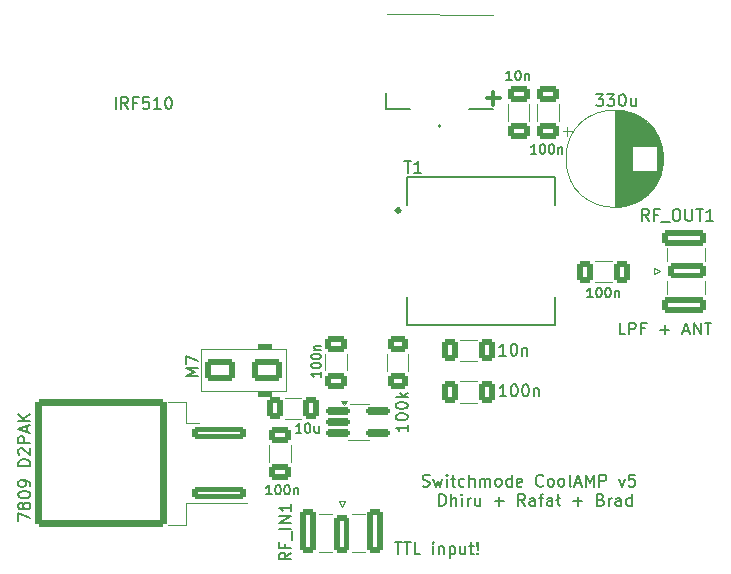
<source format=gbr>
%TF.GenerationSoftware,KiCad,Pcbnew,8.99.0-unknown-2b81d3a93c~180~ubuntu22.04.1*%
%TF.CreationDate,2024-08-01T07:46:56+05:30*%
%TF.ProjectId,HF-PA-v10,48462d50-412d-4763-9130-2e6b69636164,rev?*%
%TF.SameCoordinates,Original*%
%TF.FileFunction,Legend,Top*%
%TF.FilePolarity,Positive*%
%FSLAX46Y46*%
G04 Gerber Fmt 4.6, Leading zero omitted, Abs format (unit mm)*
G04 Created by KiCad (PCBNEW 8.99.0-unknown-2b81d3a93c~180~ubuntu22.04.1) date 2024-08-01 07:46:56*
%MOMM*%
%LPD*%
G01*
G04 APERTURE LIST*
G04 Aperture macros list*
%AMRoundRect*
0 Rectangle with rounded corners*
0 $1 Rounding radius*
0 $2 $3 $4 $5 $6 $7 $8 $9 X,Y pos of 4 corners*
0 Add a 4 corners polygon primitive as box body*
4,1,4,$2,$3,$4,$5,$6,$7,$8,$9,$2,$3,0*
0 Add four circle primitives for the rounded corners*
1,1,$1+$1,$2,$3*
1,1,$1+$1,$4,$5*
1,1,$1+$1,$6,$7*
1,1,$1+$1,$8,$9*
0 Add four rect primitives between the rounded corners*
20,1,$1+$1,$2,$3,$4,$5,0*
20,1,$1+$1,$4,$5,$6,$7,0*
20,1,$1+$1,$6,$7,$8,$9,0*
20,1,$1+$1,$8,$9,$2,$3,0*%
G04 Aperture macros list end*
%ADD10C,0.300000*%
%ADD11C,0.150000*%
%ADD12C,0.120000*%
%ADD13C,0.127000*%
%ADD14C,0.200000*%
%ADD15C,0.100000*%
%ADD16C,0.800000*%
%ADD17C,6.400000*%
%ADD18RoundRect,0.250000X1.350000X-0.385000X1.350000X0.385000X-1.350000X0.385000X-1.350000X-0.385000X0*%
%ADD19RoundRect,0.250000X1.600000X-0.425000X1.600000X0.425000X-1.600000X0.425000X-1.600000X-0.425000X0*%
%ADD20RoundRect,0.250000X-0.412500X-0.650000X0.412500X-0.650000X0.412500X0.650000X-0.412500X0.650000X0*%
%ADD21O,4.400000X2.200000*%
%ADD22O,4.000000X2.000000*%
%ADD23O,2.000000X4.000000*%
%ADD24RoundRect,0.250000X0.650000X-0.412500X0.650000X0.412500X-0.650000X0.412500X-0.650000X-0.412500X0*%
%ADD25RoundRect,0.250000X-0.385000X-1.350000X0.385000X-1.350000X0.385000X1.350000X-0.385000X1.350000X0*%
%ADD26RoundRect,0.250000X-0.425000X-1.600000X0.425000X-1.600000X0.425000X1.600000X-0.425000X1.600000X0*%
%ADD27O,3.600000X3.600000*%
%ADD28R,4.500000X2.500000*%
%ADD29O,4.500000X2.500000*%
%ADD30RoundRect,0.250000X0.412500X0.650000X-0.412500X0.650000X-0.412500X-0.650000X0.412500X-0.650000X0*%
%ADD31RoundRect,0.250000X1.000000X0.650000X-1.000000X0.650000X-1.000000X-0.650000X1.000000X-0.650000X0*%
%ADD32RoundRect,0.162500X-0.837500X-0.162500X0.837500X-0.162500X0.837500X0.162500X-0.837500X0.162500X0*%
%ADD33R,1.600000X1.600000*%
%ADD34C,1.600000*%
%ADD35R,5.500000X2.150000*%
%ADD36RoundRect,0.250000X-0.650000X0.412500X-0.650000X-0.412500X0.650000X-0.412500X0.650000X0.412500X0*%
%ADD37RoundRect,0.250000X2.050000X0.300000X-2.050000X0.300000X-2.050000X-0.300000X2.050000X-0.300000X0*%
%ADD38RoundRect,0.289364X5.290636X5.150636X-5.290636X5.150636X-5.290636X-5.150636X5.290636X-5.150636X0*%
%ADD39RoundRect,0.250000X-0.625000X0.400000X-0.625000X-0.400000X0.625000X-0.400000X0.625000X0.400000X0*%
G04 APERTURE END LIST*
D10*
X187854510Y-70079400D02*
X188997368Y-70079400D01*
X188425939Y-70650828D02*
X188425939Y-69507971D01*
D11*
X199592969Y-90049819D02*
X199116779Y-90049819D01*
X199116779Y-90049819D02*
X199116779Y-89049819D01*
X199926303Y-90049819D02*
X199926303Y-89049819D01*
X199926303Y-89049819D02*
X200307255Y-89049819D01*
X200307255Y-89049819D02*
X200402493Y-89097438D01*
X200402493Y-89097438D02*
X200450112Y-89145057D01*
X200450112Y-89145057D02*
X200497731Y-89240295D01*
X200497731Y-89240295D02*
X200497731Y-89383152D01*
X200497731Y-89383152D02*
X200450112Y-89478390D01*
X200450112Y-89478390D02*
X200402493Y-89526009D01*
X200402493Y-89526009D02*
X200307255Y-89573628D01*
X200307255Y-89573628D02*
X199926303Y-89573628D01*
X201259636Y-89526009D02*
X200926303Y-89526009D01*
X200926303Y-90049819D02*
X200926303Y-89049819D01*
X200926303Y-89049819D02*
X201402493Y-89049819D01*
X202545351Y-89668866D02*
X203307256Y-89668866D01*
X202926303Y-90049819D02*
X202926303Y-89287914D01*
X204497732Y-89764104D02*
X204973922Y-89764104D01*
X204402494Y-90049819D02*
X204735827Y-89049819D01*
X204735827Y-89049819D02*
X205069160Y-90049819D01*
X205402494Y-90049819D02*
X205402494Y-89049819D01*
X205402494Y-89049819D02*
X205973922Y-90049819D01*
X205973922Y-90049819D02*
X205973922Y-89049819D01*
X206307256Y-89049819D02*
X206878684Y-89049819D01*
X206592970Y-90049819D02*
X206592970Y-89049819D01*
X180083922Y-107669819D02*
X180655350Y-107669819D01*
X180369636Y-108669819D02*
X180369636Y-107669819D01*
X180845827Y-107669819D02*
X181417255Y-107669819D01*
X181131541Y-108669819D02*
X181131541Y-107669819D01*
X182226779Y-108669819D02*
X181750589Y-108669819D01*
X181750589Y-108669819D02*
X181750589Y-107669819D01*
X183322018Y-108669819D02*
X183322018Y-108003152D01*
X183322018Y-107669819D02*
X183274399Y-107717438D01*
X183274399Y-107717438D02*
X183322018Y-107765057D01*
X183322018Y-107765057D02*
X183369637Y-107717438D01*
X183369637Y-107717438D02*
X183322018Y-107669819D01*
X183322018Y-107669819D02*
X183322018Y-107765057D01*
X183798208Y-108003152D02*
X183798208Y-108669819D01*
X183798208Y-108098390D02*
X183845827Y-108050771D01*
X183845827Y-108050771D02*
X183941065Y-108003152D01*
X183941065Y-108003152D02*
X184083922Y-108003152D01*
X184083922Y-108003152D02*
X184179160Y-108050771D01*
X184179160Y-108050771D02*
X184226779Y-108146009D01*
X184226779Y-108146009D02*
X184226779Y-108669819D01*
X184702970Y-108003152D02*
X184702970Y-109003152D01*
X184702970Y-108050771D02*
X184798208Y-108003152D01*
X184798208Y-108003152D02*
X184988684Y-108003152D01*
X184988684Y-108003152D02*
X185083922Y-108050771D01*
X185083922Y-108050771D02*
X185131541Y-108098390D01*
X185131541Y-108098390D02*
X185179160Y-108193628D01*
X185179160Y-108193628D02*
X185179160Y-108479342D01*
X185179160Y-108479342D02*
X185131541Y-108574580D01*
X185131541Y-108574580D02*
X185083922Y-108622200D01*
X185083922Y-108622200D02*
X184988684Y-108669819D01*
X184988684Y-108669819D02*
X184798208Y-108669819D01*
X184798208Y-108669819D02*
X184702970Y-108622200D01*
X186036303Y-108003152D02*
X186036303Y-108669819D01*
X185607732Y-108003152D02*
X185607732Y-108526961D01*
X185607732Y-108526961D02*
X185655351Y-108622200D01*
X185655351Y-108622200D02*
X185750589Y-108669819D01*
X185750589Y-108669819D02*
X185893446Y-108669819D01*
X185893446Y-108669819D02*
X185988684Y-108622200D01*
X185988684Y-108622200D02*
X186036303Y-108574580D01*
X186369637Y-108003152D02*
X186750589Y-108003152D01*
X186512494Y-107669819D02*
X186512494Y-108526961D01*
X186512494Y-108526961D02*
X186560113Y-108622200D01*
X186560113Y-108622200D02*
X186655351Y-108669819D01*
X186655351Y-108669819D02*
X186750589Y-108669819D01*
X187083923Y-108574580D02*
X187131542Y-108622200D01*
X187131542Y-108622200D02*
X187083923Y-108669819D01*
X187083923Y-108669819D02*
X187036304Y-108622200D01*
X187036304Y-108622200D02*
X187083923Y-108574580D01*
X187083923Y-108574580D02*
X187083923Y-108669819D01*
X187083923Y-108288866D02*
X187036304Y-107717438D01*
X187036304Y-107717438D02*
X187083923Y-107669819D01*
X187083923Y-107669819D02*
X187131542Y-107717438D01*
X187131542Y-107717438D02*
X187083923Y-108288866D01*
X187083923Y-108288866D02*
X187083923Y-107669819D01*
X183846779Y-104569819D02*
X183846779Y-103569819D01*
X183846779Y-103569819D02*
X184084874Y-103569819D01*
X184084874Y-103569819D02*
X184227731Y-103617438D01*
X184227731Y-103617438D02*
X184322969Y-103712676D01*
X184322969Y-103712676D02*
X184370588Y-103807914D01*
X184370588Y-103807914D02*
X184418207Y-103998390D01*
X184418207Y-103998390D02*
X184418207Y-104141247D01*
X184418207Y-104141247D02*
X184370588Y-104331723D01*
X184370588Y-104331723D02*
X184322969Y-104426961D01*
X184322969Y-104426961D02*
X184227731Y-104522200D01*
X184227731Y-104522200D02*
X184084874Y-104569819D01*
X184084874Y-104569819D02*
X183846779Y-104569819D01*
X184846779Y-104569819D02*
X184846779Y-103569819D01*
X185275350Y-104569819D02*
X185275350Y-104046009D01*
X185275350Y-104046009D02*
X185227731Y-103950771D01*
X185227731Y-103950771D02*
X185132493Y-103903152D01*
X185132493Y-103903152D02*
X184989636Y-103903152D01*
X184989636Y-103903152D02*
X184894398Y-103950771D01*
X184894398Y-103950771D02*
X184846779Y-103998390D01*
X185751541Y-104569819D02*
X185751541Y-103903152D01*
X185751541Y-103569819D02*
X185703922Y-103617438D01*
X185703922Y-103617438D02*
X185751541Y-103665057D01*
X185751541Y-103665057D02*
X185799160Y-103617438D01*
X185799160Y-103617438D02*
X185751541Y-103569819D01*
X185751541Y-103569819D02*
X185751541Y-103665057D01*
X186227731Y-104569819D02*
X186227731Y-103903152D01*
X186227731Y-104093628D02*
X186275350Y-103998390D01*
X186275350Y-103998390D02*
X186322969Y-103950771D01*
X186322969Y-103950771D02*
X186418207Y-103903152D01*
X186418207Y-103903152D02*
X186513445Y-103903152D01*
X187275350Y-103903152D02*
X187275350Y-104569819D01*
X186846779Y-103903152D02*
X186846779Y-104426961D01*
X186846779Y-104426961D02*
X186894398Y-104522200D01*
X186894398Y-104522200D02*
X186989636Y-104569819D01*
X186989636Y-104569819D02*
X187132493Y-104569819D01*
X187132493Y-104569819D02*
X187227731Y-104522200D01*
X187227731Y-104522200D02*
X187275350Y-104474580D01*
X188513446Y-104188866D02*
X189275351Y-104188866D01*
X188894398Y-104569819D02*
X188894398Y-103807914D01*
X191084874Y-104569819D02*
X190751541Y-104093628D01*
X190513446Y-104569819D02*
X190513446Y-103569819D01*
X190513446Y-103569819D02*
X190894398Y-103569819D01*
X190894398Y-103569819D02*
X190989636Y-103617438D01*
X190989636Y-103617438D02*
X191037255Y-103665057D01*
X191037255Y-103665057D02*
X191084874Y-103760295D01*
X191084874Y-103760295D02*
X191084874Y-103903152D01*
X191084874Y-103903152D02*
X191037255Y-103998390D01*
X191037255Y-103998390D02*
X190989636Y-104046009D01*
X190989636Y-104046009D02*
X190894398Y-104093628D01*
X190894398Y-104093628D02*
X190513446Y-104093628D01*
X191942017Y-104569819D02*
X191942017Y-104046009D01*
X191942017Y-104046009D02*
X191894398Y-103950771D01*
X191894398Y-103950771D02*
X191799160Y-103903152D01*
X191799160Y-103903152D02*
X191608684Y-103903152D01*
X191608684Y-103903152D02*
X191513446Y-103950771D01*
X191942017Y-104522200D02*
X191846779Y-104569819D01*
X191846779Y-104569819D02*
X191608684Y-104569819D01*
X191608684Y-104569819D02*
X191513446Y-104522200D01*
X191513446Y-104522200D02*
X191465827Y-104426961D01*
X191465827Y-104426961D02*
X191465827Y-104331723D01*
X191465827Y-104331723D02*
X191513446Y-104236485D01*
X191513446Y-104236485D02*
X191608684Y-104188866D01*
X191608684Y-104188866D02*
X191846779Y-104188866D01*
X191846779Y-104188866D02*
X191942017Y-104141247D01*
X192275351Y-103903152D02*
X192656303Y-103903152D01*
X192418208Y-104569819D02*
X192418208Y-103712676D01*
X192418208Y-103712676D02*
X192465827Y-103617438D01*
X192465827Y-103617438D02*
X192561065Y-103569819D01*
X192561065Y-103569819D02*
X192656303Y-103569819D01*
X193418208Y-104569819D02*
X193418208Y-104046009D01*
X193418208Y-104046009D02*
X193370589Y-103950771D01*
X193370589Y-103950771D02*
X193275351Y-103903152D01*
X193275351Y-103903152D02*
X193084875Y-103903152D01*
X193084875Y-103903152D02*
X192989637Y-103950771D01*
X193418208Y-104522200D02*
X193322970Y-104569819D01*
X193322970Y-104569819D02*
X193084875Y-104569819D01*
X193084875Y-104569819D02*
X192989637Y-104522200D01*
X192989637Y-104522200D02*
X192942018Y-104426961D01*
X192942018Y-104426961D02*
X192942018Y-104331723D01*
X192942018Y-104331723D02*
X192989637Y-104236485D01*
X192989637Y-104236485D02*
X193084875Y-104188866D01*
X193084875Y-104188866D02*
X193322970Y-104188866D01*
X193322970Y-104188866D02*
X193418208Y-104141247D01*
X194037256Y-104569819D02*
X193942018Y-104522200D01*
X193942018Y-104522200D02*
X193894399Y-104426961D01*
X193894399Y-104426961D02*
X193894399Y-103569819D01*
X193751542Y-104093628D02*
X194037256Y-103903152D01*
X195180114Y-104188866D02*
X195942019Y-104188866D01*
X195561066Y-104569819D02*
X195561066Y-103807914D01*
X197513447Y-104046009D02*
X197656304Y-104093628D01*
X197656304Y-104093628D02*
X197703923Y-104141247D01*
X197703923Y-104141247D02*
X197751542Y-104236485D01*
X197751542Y-104236485D02*
X197751542Y-104379342D01*
X197751542Y-104379342D02*
X197703923Y-104474580D01*
X197703923Y-104474580D02*
X197656304Y-104522200D01*
X197656304Y-104522200D02*
X197561066Y-104569819D01*
X197561066Y-104569819D02*
X197180114Y-104569819D01*
X197180114Y-104569819D02*
X197180114Y-103569819D01*
X197180114Y-103569819D02*
X197513447Y-103569819D01*
X197513447Y-103569819D02*
X197608685Y-103617438D01*
X197608685Y-103617438D02*
X197656304Y-103665057D01*
X197656304Y-103665057D02*
X197703923Y-103760295D01*
X197703923Y-103760295D02*
X197703923Y-103855533D01*
X197703923Y-103855533D02*
X197656304Y-103950771D01*
X197656304Y-103950771D02*
X197608685Y-103998390D01*
X197608685Y-103998390D02*
X197513447Y-104046009D01*
X197513447Y-104046009D02*
X197180114Y-104046009D01*
X198180114Y-104569819D02*
X198180114Y-103903152D01*
X198180114Y-104093628D02*
X198227733Y-103998390D01*
X198227733Y-103998390D02*
X198275352Y-103950771D01*
X198275352Y-103950771D02*
X198370590Y-103903152D01*
X198370590Y-103903152D02*
X198465828Y-103903152D01*
X199227733Y-104569819D02*
X199227733Y-104046009D01*
X199227733Y-104046009D02*
X199180114Y-103950771D01*
X199180114Y-103950771D02*
X199084876Y-103903152D01*
X199084876Y-103903152D02*
X198894400Y-103903152D01*
X198894400Y-103903152D02*
X198799162Y-103950771D01*
X199227733Y-104522200D02*
X199132495Y-104569819D01*
X199132495Y-104569819D02*
X198894400Y-104569819D01*
X198894400Y-104569819D02*
X198799162Y-104522200D01*
X198799162Y-104522200D02*
X198751543Y-104426961D01*
X198751543Y-104426961D02*
X198751543Y-104331723D01*
X198751543Y-104331723D02*
X198799162Y-104236485D01*
X198799162Y-104236485D02*
X198894400Y-104188866D01*
X198894400Y-104188866D02*
X199132495Y-104188866D01*
X199132495Y-104188866D02*
X199227733Y-104141247D01*
X200132495Y-104569819D02*
X200132495Y-103569819D01*
X200132495Y-104522200D02*
X200037257Y-104569819D01*
X200037257Y-104569819D02*
X199846781Y-104569819D01*
X199846781Y-104569819D02*
X199751543Y-104522200D01*
X199751543Y-104522200D02*
X199703924Y-104474580D01*
X199703924Y-104474580D02*
X199656305Y-104379342D01*
X199656305Y-104379342D02*
X199656305Y-104093628D01*
X199656305Y-104093628D02*
X199703924Y-103998390D01*
X199703924Y-103998390D02*
X199751543Y-103950771D01*
X199751543Y-103950771D02*
X199846781Y-103903152D01*
X199846781Y-103903152D02*
X200037257Y-103903152D01*
X200037257Y-103903152D02*
X200132495Y-103950771D01*
X156436779Y-70959819D02*
X156436779Y-69959819D01*
X157484397Y-70959819D02*
X157151064Y-70483628D01*
X156912969Y-70959819D02*
X156912969Y-69959819D01*
X156912969Y-69959819D02*
X157293921Y-69959819D01*
X157293921Y-69959819D02*
X157389159Y-70007438D01*
X157389159Y-70007438D02*
X157436778Y-70055057D01*
X157436778Y-70055057D02*
X157484397Y-70150295D01*
X157484397Y-70150295D02*
X157484397Y-70293152D01*
X157484397Y-70293152D02*
X157436778Y-70388390D01*
X157436778Y-70388390D02*
X157389159Y-70436009D01*
X157389159Y-70436009D02*
X157293921Y-70483628D01*
X157293921Y-70483628D02*
X156912969Y-70483628D01*
X158246302Y-70436009D02*
X157912969Y-70436009D01*
X157912969Y-70959819D02*
X157912969Y-69959819D01*
X157912969Y-69959819D02*
X158389159Y-69959819D01*
X159246302Y-69959819D02*
X158770112Y-69959819D01*
X158770112Y-69959819D02*
X158722493Y-70436009D01*
X158722493Y-70436009D02*
X158770112Y-70388390D01*
X158770112Y-70388390D02*
X158865350Y-70340771D01*
X158865350Y-70340771D02*
X159103445Y-70340771D01*
X159103445Y-70340771D02*
X159198683Y-70388390D01*
X159198683Y-70388390D02*
X159246302Y-70436009D01*
X159246302Y-70436009D02*
X159293921Y-70531247D01*
X159293921Y-70531247D02*
X159293921Y-70769342D01*
X159293921Y-70769342D02*
X159246302Y-70864580D01*
X159246302Y-70864580D02*
X159198683Y-70912200D01*
X159198683Y-70912200D02*
X159103445Y-70959819D01*
X159103445Y-70959819D02*
X158865350Y-70959819D01*
X158865350Y-70959819D02*
X158770112Y-70912200D01*
X158770112Y-70912200D02*
X158722493Y-70864580D01*
X160246302Y-70959819D02*
X159674874Y-70959819D01*
X159960588Y-70959819D02*
X159960588Y-69959819D01*
X159960588Y-69959819D02*
X159865350Y-70102676D01*
X159865350Y-70102676D02*
X159770112Y-70197914D01*
X159770112Y-70197914D02*
X159674874Y-70245533D01*
X160865350Y-69959819D02*
X160960588Y-69959819D01*
X160960588Y-69959819D02*
X161055826Y-70007438D01*
X161055826Y-70007438D02*
X161103445Y-70055057D01*
X161103445Y-70055057D02*
X161151064Y-70150295D01*
X161151064Y-70150295D02*
X161198683Y-70340771D01*
X161198683Y-70340771D02*
X161198683Y-70578866D01*
X161198683Y-70578866D02*
X161151064Y-70769342D01*
X161151064Y-70769342D02*
X161103445Y-70864580D01*
X161103445Y-70864580D02*
X161055826Y-70912200D01*
X161055826Y-70912200D02*
X160960588Y-70959819D01*
X160960588Y-70959819D02*
X160865350Y-70959819D01*
X160865350Y-70959819D02*
X160770112Y-70912200D01*
X160770112Y-70912200D02*
X160722493Y-70864580D01*
X160722493Y-70864580D02*
X160674874Y-70769342D01*
X160674874Y-70769342D02*
X160627255Y-70578866D01*
X160627255Y-70578866D02*
X160627255Y-70340771D01*
X160627255Y-70340771D02*
X160674874Y-70150295D01*
X160674874Y-70150295D02*
X160722493Y-70055057D01*
X160722493Y-70055057D02*
X160770112Y-70007438D01*
X160770112Y-70007438D02*
X160865350Y-69959819D01*
X182439160Y-102892256D02*
X182582017Y-102939875D01*
X182582017Y-102939875D02*
X182820112Y-102939875D01*
X182820112Y-102939875D02*
X182915350Y-102892256D01*
X182915350Y-102892256D02*
X182962969Y-102844636D01*
X182962969Y-102844636D02*
X183010588Y-102749398D01*
X183010588Y-102749398D02*
X183010588Y-102654160D01*
X183010588Y-102654160D02*
X182962969Y-102558922D01*
X182962969Y-102558922D02*
X182915350Y-102511303D01*
X182915350Y-102511303D02*
X182820112Y-102463684D01*
X182820112Y-102463684D02*
X182629636Y-102416065D01*
X182629636Y-102416065D02*
X182534398Y-102368446D01*
X182534398Y-102368446D02*
X182486779Y-102320827D01*
X182486779Y-102320827D02*
X182439160Y-102225589D01*
X182439160Y-102225589D02*
X182439160Y-102130351D01*
X182439160Y-102130351D02*
X182486779Y-102035113D01*
X182486779Y-102035113D02*
X182534398Y-101987494D01*
X182534398Y-101987494D02*
X182629636Y-101939875D01*
X182629636Y-101939875D02*
X182867731Y-101939875D01*
X182867731Y-101939875D02*
X183010588Y-101987494D01*
X183343922Y-102273208D02*
X183534398Y-102939875D01*
X183534398Y-102939875D02*
X183724874Y-102463684D01*
X183724874Y-102463684D02*
X183915350Y-102939875D01*
X183915350Y-102939875D02*
X184105826Y-102273208D01*
X184486779Y-102939875D02*
X184486779Y-102273208D01*
X184486779Y-101939875D02*
X184439160Y-101987494D01*
X184439160Y-101987494D02*
X184486779Y-102035113D01*
X184486779Y-102035113D02*
X184534398Y-101987494D01*
X184534398Y-101987494D02*
X184486779Y-101939875D01*
X184486779Y-101939875D02*
X184486779Y-102035113D01*
X184820112Y-102273208D02*
X185201064Y-102273208D01*
X184962969Y-101939875D02*
X184962969Y-102797017D01*
X184962969Y-102797017D02*
X185010588Y-102892256D01*
X185010588Y-102892256D02*
X185105826Y-102939875D01*
X185105826Y-102939875D02*
X185201064Y-102939875D01*
X185962969Y-102892256D02*
X185867731Y-102939875D01*
X185867731Y-102939875D02*
X185677255Y-102939875D01*
X185677255Y-102939875D02*
X185582017Y-102892256D01*
X185582017Y-102892256D02*
X185534398Y-102844636D01*
X185534398Y-102844636D02*
X185486779Y-102749398D01*
X185486779Y-102749398D02*
X185486779Y-102463684D01*
X185486779Y-102463684D02*
X185534398Y-102368446D01*
X185534398Y-102368446D02*
X185582017Y-102320827D01*
X185582017Y-102320827D02*
X185677255Y-102273208D01*
X185677255Y-102273208D02*
X185867731Y-102273208D01*
X185867731Y-102273208D02*
X185962969Y-102320827D01*
X186391541Y-102939875D02*
X186391541Y-101939875D01*
X186820112Y-102939875D02*
X186820112Y-102416065D01*
X186820112Y-102416065D02*
X186772493Y-102320827D01*
X186772493Y-102320827D02*
X186677255Y-102273208D01*
X186677255Y-102273208D02*
X186534398Y-102273208D01*
X186534398Y-102273208D02*
X186439160Y-102320827D01*
X186439160Y-102320827D02*
X186391541Y-102368446D01*
X187296303Y-102939875D02*
X187296303Y-102273208D01*
X187296303Y-102368446D02*
X187343922Y-102320827D01*
X187343922Y-102320827D02*
X187439160Y-102273208D01*
X187439160Y-102273208D02*
X187582017Y-102273208D01*
X187582017Y-102273208D02*
X187677255Y-102320827D01*
X187677255Y-102320827D02*
X187724874Y-102416065D01*
X187724874Y-102416065D02*
X187724874Y-102939875D01*
X187724874Y-102416065D02*
X187772493Y-102320827D01*
X187772493Y-102320827D02*
X187867731Y-102273208D01*
X187867731Y-102273208D02*
X188010588Y-102273208D01*
X188010588Y-102273208D02*
X188105827Y-102320827D01*
X188105827Y-102320827D02*
X188153446Y-102416065D01*
X188153446Y-102416065D02*
X188153446Y-102939875D01*
X188772493Y-102939875D02*
X188677255Y-102892256D01*
X188677255Y-102892256D02*
X188629636Y-102844636D01*
X188629636Y-102844636D02*
X188582017Y-102749398D01*
X188582017Y-102749398D02*
X188582017Y-102463684D01*
X188582017Y-102463684D02*
X188629636Y-102368446D01*
X188629636Y-102368446D02*
X188677255Y-102320827D01*
X188677255Y-102320827D02*
X188772493Y-102273208D01*
X188772493Y-102273208D02*
X188915350Y-102273208D01*
X188915350Y-102273208D02*
X189010588Y-102320827D01*
X189010588Y-102320827D02*
X189058207Y-102368446D01*
X189058207Y-102368446D02*
X189105826Y-102463684D01*
X189105826Y-102463684D02*
X189105826Y-102749398D01*
X189105826Y-102749398D02*
X189058207Y-102844636D01*
X189058207Y-102844636D02*
X189010588Y-102892256D01*
X189010588Y-102892256D02*
X188915350Y-102939875D01*
X188915350Y-102939875D02*
X188772493Y-102939875D01*
X189962969Y-102939875D02*
X189962969Y-101939875D01*
X189962969Y-102892256D02*
X189867731Y-102939875D01*
X189867731Y-102939875D02*
X189677255Y-102939875D01*
X189677255Y-102939875D02*
X189582017Y-102892256D01*
X189582017Y-102892256D02*
X189534398Y-102844636D01*
X189534398Y-102844636D02*
X189486779Y-102749398D01*
X189486779Y-102749398D02*
X189486779Y-102463684D01*
X189486779Y-102463684D02*
X189534398Y-102368446D01*
X189534398Y-102368446D02*
X189582017Y-102320827D01*
X189582017Y-102320827D02*
X189677255Y-102273208D01*
X189677255Y-102273208D02*
X189867731Y-102273208D01*
X189867731Y-102273208D02*
X189962969Y-102320827D01*
X190820112Y-102892256D02*
X190724874Y-102939875D01*
X190724874Y-102939875D02*
X190534398Y-102939875D01*
X190534398Y-102939875D02*
X190439160Y-102892256D01*
X190439160Y-102892256D02*
X190391541Y-102797017D01*
X190391541Y-102797017D02*
X190391541Y-102416065D01*
X190391541Y-102416065D02*
X190439160Y-102320827D01*
X190439160Y-102320827D02*
X190534398Y-102273208D01*
X190534398Y-102273208D02*
X190724874Y-102273208D01*
X190724874Y-102273208D02*
X190820112Y-102320827D01*
X190820112Y-102320827D02*
X190867731Y-102416065D01*
X190867731Y-102416065D02*
X190867731Y-102511303D01*
X190867731Y-102511303D02*
X190391541Y-102606541D01*
X192629636Y-102844636D02*
X192582017Y-102892256D01*
X192582017Y-102892256D02*
X192439160Y-102939875D01*
X192439160Y-102939875D02*
X192343922Y-102939875D01*
X192343922Y-102939875D02*
X192201065Y-102892256D01*
X192201065Y-102892256D02*
X192105827Y-102797017D01*
X192105827Y-102797017D02*
X192058208Y-102701779D01*
X192058208Y-102701779D02*
X192010589Y-102511303D01*
X192010589Y-102511303D02*
X192010589Y-102368446D01*
X192010589Y-102368446D02*
X192058208Y-102177970D01*
X192058208Y-102177970D02*
X192105827Y-102082732D01*
X192105827Y-102082732D02*
X192201065Y-101987494D01*
X192201065Y-101987494D02*
X192343922Y-101939875D01*
X192343922Y-101939875D02*
X192439160Y-101939875D01*
X192439160Y-101939875D02*
X192582017Y-101987494D01*
X192582017Y-101987494D02*
X192629636Y-102035113D01*
X193201065Y-102939875D02*
X193105827Y-102892256D01*
X193105827Y-102892256D02*
X193058208Y-102844636D01*
X193058208Y-102844636D02*
X193010589Y-102749398D01*
X193010589Y-102749398D02*
X193010589Y-102463684D01*
X193010589Y-102463684D02*
X193058208Y-102368446D01*
X193058208Y-102368446D02*
X193105827Y-102320827D01*
X193105827Y-102320827D02*
X193201065Y-102273208D01*
X193201065Y-102273208D02*
X193343922Y-102273208D01*
X193343922Y-102273208D02*
X193439160Y-102320827D01*
X193439160Y-102320827D02*
X193486779Y-102368446D01*
X193486779Y-102368446D02*
X193534398Y-102463684D01*
X193534398Y-102463684D02*
X193534398Y-102749398D01*
X193534398Y-102749398D02*
X193486779Y-102844636D01*
X193486779Y-102844636D02*
X193439160Y-102892256D01*
X193439160Y-102892256D02*
X193343922Y-102939875D01*
X193343922Y-102939875D02*
X193201065Y-102939875D01*
X194105827Y-102939875D02*
X194010589Y-102892256D01*
X194010589Y-102892256D02*
X193962970Y-102844636D01*
X193962970Y-102844636D02*
X193915351Y-102749398D01*
X193915351Y-102749398D02*
X193915351Y-102463684D01*
X193915351Y-102463684D02*
X193962970Y-102368446D01*
X193962970Y-102368446D02*
X194010589Y-102320827D01*
X194010589Y-102320827D02*
X194105827Y-102273208D01*
X194105827Y-102273208D02*
X194248684Y-102273208D01*
X194248684Y-102273208D02*
X194343922Y-102320827D01*
X194343922Y-102320827D02*
X194391541Y-102368446D01*
X194391541Y-102368446D02*
X194439160Y-102463684D01*
X194439160Y-102463684D02*
X194439160Y-102749398D01*
X194439160Y-102749398D02*
X194391541Y-102844636D01*
X194391541Y-102844636D02*
X194343922Y-102892256D01*
X194343922Y-102892256D02*
X194248684Y-102939875D01*
X194248684Y-102939875D02*
X194105827Y-102939875D01*
X195010589Y-102939875D02*
X194915351Y-102892256D01*
X194915351Y-102892256D02*
X194867732Y-102797017D01*
X194867732Y-102797017D02*
X194867732Y-101939875D01*
X195343923Y-102654160D02*
X195820113Y-102654160D01*
X195248685Y-102939875D02*
X195582018Y-101939875D01*
X195582018Y-101939875D02*
X195915351Y-102939875D01*
X196248685Y-102939875D02*
X196248685Y-101939875D01*
X196248685Y-101939875D02*
X196582018Y-102654160D01*
X196582018Y-102654160D02*
X196915351Y-101939875D01*
X196915351Y-101939875D02*
X196915351Y-102939875D01*
X197391542Y-102939875D02*
X197391542Y-101939875D01*
X197391542Y-101939875D02*
X197772494Y-101939875D01*
X197772494Y-101939875D02*
X197867732Y-101987494D01*
X197867732Y-101987494D02*
X197915351Y-102035113D01*
X197915351Y-102035113D02*
X197962970Y-102130351D01*
X197962970Y-102130351D02*
X197962970Y-102273208D01*
X197962970Y-102273208D02*
X197915351Y-102368446D01*
X197915351Y-102368446D02*
X197867732Y-102416065D01*
X197867732Y-102416065D02*
X197772494Y-102463684D01*
X197772494Y-102463684D02*
X197391542Y-102463684D01*
X199058209Y-102273208D02*
X199296304Y-102939875D01*
X199296304Y-102939875D02*
X199534399Y-102273208D01*
X200391542Y-101939875D02*
X199915352Y-101939875D01*
X199915352Y-101939875D02*
X199867733Y-102416065D01*
X199867733Y-102416065D02*
X199915352Y-102368446D01*
X199915352Y-102368446D02*
X200010590Y-102320827D01*
X200010590Y-102320827D02*
X200248685Y-102320827D01*
X200248685Y-102320827D02*
X200343923Y-102368446D01*
X200343923Y-102368446D02*
X200391542Y-102416065D01*
X200391542Y-102416065D02*
X200439161Y-102511303D01*
X200439161Y-102511303D02*
X200439161Y-102749398D01*
X200439161Y-102749398D02*
X200391542Y-102844636D01*
X200391542Y-102844636D02*
X200343923Y-102892256D01*
X200343923Y-102892256D02*
X200248685Y-102939875D01*
X200248685Y-102939875D02*
X200010590Y-102939875D01*
X200010590Y-102939875D02*
X199915352Y-102892256D01*
X199915352Y-102892256D02*
X199867733Y-102844636D01*
X201585237Y-80434819D02*
X201251904Y-79958628D01*
X201013809Y-80434819D02*
X201013809Y-79434819D01*
X201013809Y-79434819D02*
X201394761Y-79434819D01*
X201394761Y-79434819D02*
X201489999Y-79482438D01*
X201489999Y-79482438D02*
X201537618Y-79530057D01*
X201537618Y-79530057D02*
X201585237Y-79625295D01*
X201585237Y-79625295D02*
X201585237Y-79768152D01*
X201585237Y-79768152D02*
X201537618Y-79863390D01*
X201537618Y-79863390D02*
X201489999Y-79911009D01*
X201489999Y-79911009D02*
X201394761Y-79958628D01*
X201394761Y-79958628D02*
X201013809Y-79958628D01*
X202347142Y-79911009D02*
X202013809Y-79911009D01*
X202013809Y-80434819D02*
X202013809Y-79434819D01*
X202013809Y-79434819D02*
X202489999Y-79434819D01*
X202632857Y-80530057D02*
X203394761Y-80530057D01*
X203823333Y-79434819D02*
X204013809Y-79434819D01*
X204013809Y-79434819D02*
X204109047Y-79482438D01*
X204109047Y-79482438D02*
X204204285Y-79577676D01*
X204204285Y-79577676D02*
X204251904Y-79768152D01*
X204251904Y-79768152D02*
X204251904Y-80101485D01*
X204251904Y-80101485D02*
X204204285Y-80291961D01*
X204204285Y-80291961D02*
X204109047Y-80387200D01*
X204109047Y-80387200D02*
X204013809Y-80434819D01*
X204013809Y-80434819D02*
X203823333Y-80434819D01*
X203823333Y-80434819D02*
X203728095Y-80387200D01*
X203728095Y-80387200D02*
X203632857Y-80291961D01*
X203632857Y-80291961D02*
X203585238Y-80101485D01*
X203585238Y-80101485D02*
X203585238Y-79768152D01*
X203585238Y-79768152D02*
X203632857Y-79577676D01*
X203632857Y-79577676D02*
X203728095Y-79482438D01*
X203728095Y-79482438D02*
X203823333Y-79434819D01*
X204680476Y-79434819D02*
X204680476Y-80244342D01*
X204680476Y-80244342D02*
X204728095Y-80339580D01*
X204728095Y-80339580D02*
X204775714Y-80387200D01*
X204775714Y-80387200D02*
X204870952Y-80434819D01*
X204870952Y-80434819D02*
X205061428Y-80434819D01*
X205061428Y-80434819D02*
X205156666Y-80387200D01*
X205156666Y-80387200D02*
X205204285Y-80339580D01*
X205204285Y-80339580D02*
X205251904Y-80244342D01*
X205251904Y-80244342D02*
X205251904Y-79434819D01*
X205585238Y-79434819D02*
X206156666Y-79434819D01*
X205870952Y-80434819D02*
X205870952Y-79434819D01*
X207013809Y-80434819D02*
X206442381Y-80434819D01*
X206728095Y-80434819D02*
X206728095Y-79434819D01*
X206728095Y-79434819D02*
X206632857Y-79577676D01*
X206632857Y-79577676D02*
X206537619Y-79672914D01*
X206537619Y-79672914D02*
X206442381Y-79720533D01*
X189510952Y-95294819D02*
X188939524Y-95294819D01*
X189225238Y-95294819D02*
X189225238Y-94294819D01*
X189225238Y-94294819D02*
X189130000Y-94437676D01*
X189130000Y-94437676D02*
X189034762Y-94532914D01*
X189034762Y-94532914D02*
X188939524Y-94580533D01*
X190130000Y-94294819D02*
X190225238Y-94294819D01*
X190225238Y-94294819D02*
X190320476Y-94342438D01*
X190320476Y-94342438D02*
X190368095Y-94390057D01*
X190368095Y-94390057D02*
X190415714Y-94485295D01*
X190415714Y-94485295D02*
X190463333Y-94675771D01*
X190463333Y-94675771D02*
X190463333Y-94913866D01*
X190463333Y-94913866D02*
X190415714Y-95104342D01*
X190415714Y-95104342D02*
X190368095Y-95199580D01*
X190368095Y-95199580D02*
X190320476Y-95247200D01*
X190320476Y-95247200D02*
X190225238Y-95294819D01*
X190225238Y-95294819D02*
X190130000Y-95294819D01*
X190130000Y-95294819D02*
X190034762Y-95247200D01*
X190034762Y-95247200D02*
X189987143Y-95199580D01*
X189987143Y-95199580D02*
X189939524Y-95104342D01*
X189939524Y-95104342D02*
X189891905Y-94913866D01*
X189891905Y-94913866D02*
X189891905Y-94675771D01*
X189891905Y-94675771D02*
X189939524Y-94485295D01*
X189939524Y-94485295D02*
X189987143Y-94390057D01*
X189987143Y-94390057D02*
X190034762Y-94342438D01*
X190034762Y-94342438D02*
X190130000Y-94294819D01*
X191082381Y-94294819D02*
X191177619Y-94294819D01*
X191177619Y-94294819D02*
X191272857Y-94342438D01*
X191272857Y-94342438D02*
X191320476Y-94390057D01*
X191320476Y-94390057D02*
X191368095Y-94485295D01*
X191368095Y-94485295D02*
X191415714Y-94675771D01*
X191415714Y-94675771D02*
X191415714Y-94913866D01*
X191415714Y-94913866D02*
X191368095Y-95104342D01*
X191368095Y-95104342D02*
X191320476Y-95199580D01*
X191320476Y-95199580D02*
X191272857Y-95247200D01*
X191272857Y-95247200D02*
X191177619Y-95294819D01*
X191177619Y-95294819D02*
X191082381Y-95294819D01*
X191082381Y-95294819D02*
X190987143Y-95247200D01*
X190987143Y-95247200D02*
X190939524Y-95199580D01*
X190939524Y-95199580D02*
X190891905Y-95104342D01*
X190891905Y-95104342D02*
X190844286Y-94913866D01*
X190844286Y-94913866D02*
X190844286Y-94675771D01*
X190844286Y-94675771D02*
X190891905Y-94485295D01*
X190891905Y-94485295D02*
X190939524Y-94390057D01*
X190939524Y-94390057D02*
X190987143Y-94342438D01*
X190987143Y-94342438D02*
X191082381Y-94294819D01*
X191844286Y-94628152D02*
X191844286Y-95294819D01*
X191844286Y-94723390D02*
X191891905Y-94675771D01*
X191891905Y-94675771D02*
X191987143Y-94628152D01*
X191987143Y-94628152D02*
X192130000Y-94628152D01*
X192130000Y-94628152D02*
X192225238Y-94675771D01*
X192225238Y-94675771D02*
X192272857Y-94771009D01*
X192272857Y-94771009D02*
X192272857Y-95294819D01*
X172165713Y-98382295D02*
X171708570Y-98382295D01*
X171937142Y-98382295D02*
X171937142Y-97582295D01*
X171937142Y-97582295D02*
X171860951Y-97696580D01*
X171860951Y-97696580D02*
X171784761Y-97772771D01*
X171784761Y-97772771D02*
X171708570Y-97810866D01*
X172660952Y-97582295D02*
X172737142Y-97582295D01*
X172737142Y-97582295D02*
X172813333Y-97620390D01*
X172813333Y-97620390D02*
X172851428Y-97658485D01*
X172851428Y-97658485D02*
X172889523Y-97734676D01*
X172889523Y-97734676D02*
X172927618Y-97887057D01*
X172927618Y-97887057D02*
X172927618Y-98077533D01*
X172927618Y-98077533D02*
X172889523Y-98229914D01*
X172889523Y-98229914D02*
X172851428Y-98306104D01*
X172851428Y-98306104D02*
X172813333Y-98344200D01*
X172813333Y-98344200D02*
X172737142Y-98382295D01*
X172737142Y-98382295D02*
X172660952Y-98382295D01*
X172660952Y-98382295D02*
X172584761Y-98344200D01*
X172584761Y-98344200D02*
X172546666Y-98306104D01*
X172546666Y-98306104D02*
X172508571Y-98229914D01*
X172508571Y-98229914D02*
X172470475Y-98077533D01*
X172470475Y-98077533D02*
X172470475Y-97887057D01*
X172470475Y-97887057D02*
X172508571Y-97734676D01*
X172508571Y-97734676D02*
X172546666Y-97658485D01*
X172546666Y-97658485D02*
X172584761Y-97620390D01*
X172584761Y-97620390D02*
X172660952Y-97582295D01*
X173613333Y-97848961D02*
X173613333Y-98382295D01*
X173270476Y-97848961D02*
X173270476Y-98268009D01*
X173270476Y-98268009D02*
X173308571Y-98344200D01*
X173308571Y-98344200D02*
X173384761Y-98382295D01*
X173384761Y-98382295D02*
X173499047Y-98382295D01*
X173499047Y-98382295D02*
X173575238Y-98344200D01*
X173575238Y-98344200D02*
X173613333Y-98306104D01*
X173782295Y-93217738D02*
X173782295Y-93674881D01*
X173782295Y-93446309D02*
X172982295Y-93446309D01*
X172982295Y-93446309D02*
X173096580Y-93522500D01*
X173096580Y-93522500D02*
X173172771Y-93598690D01*
X173172771Y-93598690D02*
X173210866Y-93674881D01*
X172982295Y-92722499D02*
X172982295Y-92646309D01*
X172982295Y-92646309D02*
X173020390Y-92570118D01*
X173020390Y-92570118D02*
X173058485Y-92532023D01*
X173058485Y-92532023D02*
X173134676Y-92493928D01*
X173134676Y-92493928D02*
X173287057Y-92455833D01*
X173287057Y-92455833D02*
X173477533Y-92455833D01*
X173477533Y-92455833D02*
X173629914Y-92493928D01*
X173629914Y-92493928D02*
X173706104Y-92532023D01*
X173706104Y-92532023D02*
X173744200Y-92570118D01*
X173744200Y-92570118D02*
X173782295Y-92646309D01*
X173782295Y-92646309D02*
X173782295Y-92722499D01*
X173782295Y-92722499D02*
X173744200Y-92798690D01*
X173744200Y-92798690D02*
X173706104Y-92836785D01*
X173706104Y-92836785D02*
X173629914Y-92874880D01*
X173629914Y-92874880D02*
X173477533Y-92912976D01*
X173477533Y-92912976D02*
X173287057Y-92912976D01*
X173287057Y-92912976D02*
X173134676Y-92874880D01*
X173134676Y-92874880D02*
X173058485Y-92836785D01*
X173058485Y-92836785D02*
X173020390Y-92798690D01*
X173020390Y-92798690D02*
X172982295Y-92722499D01*
X172982295Y-91960594D02*
X172982295Y-91884404D01*
X172982295Y-91884404D02*
X173020390Y-91808213D01*
X173020390Y-91808213D02*
X173058485Y-91770118D01*
X173058485Y-91770118D02*
X173134676Y-91732023D01*
X173134676Y-91732023D02*
X173287057Y-91693928D01*
X173287057Y-91693928D02*
X173477533Y-91693928D01*
X173477533Y-91693928D02*
X173629914Y-91732023D01*
X173629914Y-91732023D02*
X173706104Y-91770118D01*
X173706104Y-91770118D02*
X173744200Y-91808213D01*
X173744200Y-91808213D02*
X173782295Y-91884404D01*
X173782295Y-91884404D02*
X173782295Y-91960594D01*
X173782295Y-91960594D02*
X173744200Y-92036785D01*
X173744200Y-92036785D02*
X173706104Y-92074880D01*
X173706104Y-92074880D02*
X173629914Y-92112975D01*
X173629914Y-92112975D02*
X173477533Y-92151071D01*
X173477533Y-92151071D02*
X173287057Y-92151071D01*
X173287057Y-92151071D02*
X173134676Y-92112975D01*
X173134676Y-92112975D02*
X173058485Y-92074880D01*
X173058485Y-92074880D02*
X173020390Y-92036785D01*
X173020390Y-92036785D02*
X172982295Y-91960594D01*
X173248961Y-91351070D02*
X173782295Y-91351070D01*
X173325152Y-91351070D02*
X173287057Y-91312975D01*
X173287057Y-91312975D02*
X173248961Y-91236785D01*
X173248961Y-91236785D02*
X173248961Y-91122499D01*
X173248961Y-91122499D02*
X173287057Y-91046308D01*
X173287057Y-91046308D02*
X173363247Y-91008213D01*
X173363247Y-91008213D02*
X173782295Y-91008213D01*
X171284819Y-108538095D02*
X170808628Y-108871428D01*
X171284819Y-109109523D02*
X170284819Y-109109523D01*
X170284819Y-109109523D02*
X170284819Y-108728571D01*
X170284819Y-108728571D02*
X170332438Y-108633333D01*
X170332438Y-108633333D02*
X170380057Y-108585714D01*
X170380057Y-108585714D02*
X170475295Y-108538095D01*
X170475295Y-108538095D02*
X170618152Y-108538095D01*
X170618152Y-108538095D02*
X170713390Y-108585714D01*
X170713390Y-108585714D02*
X170761009Y-108633333D01*
X170761009Y-108633333D02*
X170808628Y-108728571D01*
X170808628Y-108728571D02*
X170808628Y-109109523D01*
X170761009Y-107776190D02*
X170761009Y-108109523D01*
X171284819Y-108109523D02*
X170284819Y-108109523D01*
X170284819Y-108109523D02*
X170284819Y-107633333D01*
X171380057Y-107490476D02*
X171380057Y-106728571D01*
X171284819Y-106490475D02*
X170284819Y-106490475D01*
X171284819Y-106014285D02*
X170284819Y-106014285D01*
X170284819Y-106014285D02*
X171284819Y-105442857D01*
X171284819Y-105442857D02*
X170284819Y-105442857D01*
X171284819Y-104442857D02*
X171284819Y-105014285D01*
X171284819Y-104728571D02*
X170284819Y-104728571D01*
X170284819Y-104728571D02*
X170427676Y-104823809D01*
X170427676Y-104823809D02*
X170522914Y-104919047D01*
X170522914Y-104919047D02*
X170570533Y-105014285D01*
X196812261Y-86912295D02*
X196355118Y-86912295D01*
X196583690Y-86912295D02*
X196583690Y-86112295D01*
X196583690Y-86112295D02*
X196507499Y-86226580D01*
X196507499Y-86226580D02*
X196431309Y-86302771D01*
X196431309Y-86302771D02*
X196355118Y-86340866D01*
X197307500Y-86112295D02*
X197383690Y-86112295D01*
X197383690Y-86112295D02*
X197459881Y-86150390D01*
X197459881Y-86150390D02*
X197497976Y-86188485D01*
X197497976Y-86188485D02*
X197536071Y-86264676D01*
X197536071Y-86264676D02*
X197574166Y-86417057D01*
X197574166Y-86417057D02*
X197574166Y-86607533D01*
X197574166Y-86607533D02*
X197536071Y-86759914D01*
X197536071Y-86759914D02*
X197497976Y-86836104D01*
X197497976Y-86836104D02*
X197459881Y-86874200D01*
X197459881Y-86874200D02*
X197383690Y-86912295D01*
X197383690Y-86912295D02*
X197307500Y-86912295D01*
X197307500Y-86912295D02*
X197231309Y-86874200D01*
X197231309Y-86874200D02*
X197193214Y-86836104D01*
X197193214Y-86836104D02*
X197155119Y-86759914D01*
X197155119Y-86759914D02*
X197117023Y-86607533D01*
X197117023Y-86607533D02*
X197117023Y-86417057D01*
X197117023Y-86417057D02*
X197155119Y-86264676D01*
X197155119Y-86264676D02*
X197193214Y-86188485D01*
X197193214Y-86188485D02*
X197231309Y-86150390D01*
X197231309Y-86150390D02*
X197307500Y-86112295D01*
X198069405Y-86112295D02*
X198145595Y-86112295D01*
X198145595Y-86112295D02*
X198221786Y-86150390D01*
X198221786Y-86150390D02*
X198259881Y-86188485D01*
X198259881Y-86188485D02*
X198297976Y-86264676D01*
X198297976Y-86264676D02*
X198336071Y-86417057D01*
X198336071Y-86417057D02*
X198336071Y-86607533D01*
X198336071Y-86607533D02*
X198297976Y-86759914D01*
X198297976Y-86759914D02*
X198259881Y-86836104D01*
X198259881Y-86836104D02*
X198221786Y-86874200D01*
X198221786Y-86874200D02*
X198145595Y-86912295D01*
X198145595Y-86912295D02*
X198069405Y-86912295D01*
X198069405Y-86912295D02*
X197993214Y-86874200D01*
X197993214Y-86874200D02*
X197955119Y-86836104D01*
X197955119Y-86836104D02*
X197917024Y-86759914D01*
X197917024Y-86759914D02*
X197878928Y-86607533D01*
X197878928Y-86607533D02*
X197878928Y-86417057D01*
X197878928Y-86417057D02*
X197917024Y-86264676D01*
X197917024Y-86264676D02*
X197955119Y-86188485D01*
X197955119Y-86188485D02*
X197993214Y-86150390D01*
X197993214Y-86150390D02*
X198069405Y-86112295D01*
X198678929Y-86378961D02*
X198678929Y-86912295D01*
X198678929Y-86455152D02*
X198717024Y-86417057D01*
X198717024Y-86417057D02*
X198793214Y-86378961D01*
X198793214Y-86378961D02*
X198907500Y-86378961D01*
X198907500Y-86378961D02*
X198983691Y-86417057D01*
X198983691Y-86417057D02*
X199021786Y-86493247D01*
X199021786Y-86493247D02*
X199021786Y-86912295D01*
X163424819Y-93609523D02*
X162424819Y-93609523D01*
X162424819Y-93609523D02*
X163139104Y-93276190D01*
X163139104Y-93276190D02*
X162424819Y-92942857D01*
X162424819Y-92942857D02*
X163424819Y-92942857D01*
X162424819Y-92561904D02*
X162424819Y-91895238D01*
X162424819Y-91895238D02*
X163424819Y-92323809D01*
X197091905Y-69704819D02*
X197710952Y-69704819D01*
X197710952Y-69704819D02*
X197377619Y-70085771D01*
X197377619Y-70085771D02*
X197520476Y-70085771D01*
X197520476Y-70085771D02*
X197615714Y-70133390D01*
X197615714Y-70133390D02*
X197663333Y-70181009D01*
X197663333Y-70181009D02*
X197710952Y-70276247D01*
X197710952Y-70276247D02*
X197710952Y-70514342D01*
X197710952Y-70514342D02*
X197663333Y-70609580D01*
X197663333Y-70609580D02*
X197615714Y-70657200D01*
X197615714Y-70657200D02*
X197520476Y-70704819D01*
X197520476Y-70704819D02*
X197234762Y-70704819D01*
X197234762Y-70704819D02*
X197139524Y-70657200D01*
X197139524Y-70657200D02*
X197091905Y-70609580D01*
X198044286Y-69704819D02*
X198663333Y-69704819D01*
X198663333Y-69704819D02*
X198330000Y-70085771D01*
X198330000Y-70085771D02*
X198472857Y-70085771D01*
X198472857Y-70085771D02*
X198568095Y-70133390D01*
X198568095Y-70133390D02*
X198615714Y-70181009D01*
X198615714Y-70181009D02*
X198663333Y-70276247D01*
X198663333Y-70276247D02*
X198663333Y-70514342D01*
X198663333Y-70514342D02*
X198615714Y-70609580D01*
X198615714Y-70609580D02*
X198568095Y-70657200D01*
X198568095Y-70657200D02*
X198472857Y-70704819D01*
X198472857Y-70704819D02*
X198187143Y-70704819D01*
X198187143Y-70704819D02*
X198091905Y-70657200D01*
X198091905Y-70657200D02*
X198044286Y-70609580D01*
X199282381Y-69704819D02*
X199377619Y-69704819D01*
X199377619Y-69704819D02*
X199472857Y-69752438D01*
X199472857Y-69752438D02*
X199520476Y-69800057D01*
X199520476Y-69800057D02*
X199568095Y-69895295D01*
X199568095Y-69895295D02*
X199615714Y-70085771D01*
X199615714Y-70085771D02*
X199615714Y-70323866D01*
X199615714Y-70323866D02*
X199568095Y-70514342D01*
X199568095Y-70514342D02*
X199520476Y-70609580D01*
X199520476Y-70609580D02*
X199472857Y-70657200D01*
X199472857Y-70657200D02*
X199377619Y-70704819D01*
X199377619Y-70704819D02*
X199282381Y-70704819D01*
X199282381Y-70704819D02*
X199187143Y-70657200D01*
X199187143Y-70657200D02*
X199139524Y-70609580D01*
X199139524Y-70609580D02*
X199091905Y-70514342D01*
X199091905Y-70514342D02*
X199044286Y-70323866D01*
X199044286Y-70323866D02*
X199044286Y-70085771D01*
X199044286Y-70085771D02*
X199091905Y-69895295D01*
X199091905Y-69895295D02*
X199139524Y-69800057D01*
X199139524Y-69800057D02*
X199187143Y-69752438D01*
X199187143Y-69752438D02*
X199282381Y-69704819D01*
X200472857Y-70038152D02*
X200472857Y-70704819D01*
X200044286Y-70038152D02*
X200044286Y-70561961D01*
X200044286Y-70561961D02*
X200091905Y-70657200D01*
X200091905Y-70657200D02*
X200187143Y-70704819D01*
X200187143Y-70704819D02*
X200330000Y-70704819D01*
X200330000Y-70704819D02*
X200425238Y-70657200D01*
X200425238Y-70657200D02*
X200472857Y-70609580D01*
X180872022Y-75359062D02*
X181444256Y-75359062D01*
X181158139Y-76360471D02*
X181158139Y-75359062D01*
X182302606Y-76360471D02*
X181730372Y-76360471D01*
X182016489Y-76360471D02*
X182016489Y-75359062D01*
X182016489Y-75359062D02*
X181921117Y-75502120D01*
X181921117Y-75502120D02*
X181825744Y-75597492D01*
X181825744Y-75597492D02*
X181730372Y-75645179D01*
X192054761Y-74752295D02*
X191597618Y-74752295D01*
X191826190Y-74752295D02*
X191826190Y-73952295D01*
X191826190Y-73952295D02*
X191749999Y-74066580D01*
X191749999Y-74066580D02*
X191673809Y-74142771D01*
X191673809Y-74142771D02*
X191597618Y-74180866D01*
X192550000Y-73952295D02*
X192626190Y-73952295D01*
X192626190Y-73952295D02*
X192702381Y-73990390D01*
X192702381Y-73990390D02*
X192740476Y-74028485D01*
X192740476Y-74028485D02*
X192778571Y-74104676D01*
X192778571Y-74104676D02*
X192816666Y-74257057D01*
X192816666Y-74257057D02*
X192816666Y-74447533D01*
X192816666Y-74447533D02*
X192778571Y-74599914D01*
X192778571Y-74599914D02*
X192740476Y-74676104D01*
X192740476Y-74676104D02*
X192702381Y-74714200D01*
X192702381Y-74714200D02*
X192626190Y-74752295D01*
X192626190Y-74752295D02*
X192550000Y-74752295D01*
X192550000Y-74752295D02*
X192473809Y-74714200D01*
X192473809Y-74714200D02*
X192435714Y-74676104D01*
X192435714Y-74676104D02*
X192397619Y-74599914D01*
X192397619Y-74599914D02*
X192359523Y-74447533D01*
X192359523Y-74447533D02*
X192359523Y-74257057D01*
X192359523Y-74257057D02*
X192397619Y-74104676D01*
X192397619Y-74104676D02*
X192435714Y-74028485D01*
X192435714Y-74028485D02*
X192473809Y-73990390D01*
X192473809Y-73990390D02*
X192550000Y-73952295D01*
X193311905Y-73952295D02*
X193388095Y-73952295D01*
X193388095Y-73952295D02*
X193464286Y-73990390D01*
X193464286Y-73990390D02*
X193502381Y-74028485D01*
X193502381Y-74028485D02*
X193540476Y-74104676D01*
X193540476Y-74104676D02*
X193578571Y-74257057D01*
X193578571Y-74257057D02*
X193578571Y-74447533D01*
X193578571Y-74447533D02*
X193540476Y-74599914D01*
X193540476Y-74599914D02*
X193502381Y-74676104D01*
X193502381Y-74676104D02*
X193464286Y-74714200D01*
X193464286Y-74714200D02*
X193388095Y-74752295D01*
X193388095Y-74752295D02*
X193311905Y-74752295D01*
X193311905Y-74752295D02*
X193235714Y-74714200D01*
X193235714Y-74714200D02*
X193197619Y-74676104D01*
X193197619Y-74676104D02*
X193159524Y-74599914D01*
X193159524Y-74599914D02*
X193121428Y-74447533D01*
X193121428Y-74447533D02*
X193121428Y-74257057D01*
X193121428Y-74257057D02*
X193159524Y-74104676D01*
X193159524Y-74104676D02*
X193197619Y-74028485D01*
X193197619Y-74028485D02*
X193235714Y-73990390D01*
X193235714Y-73990390D02*
X193311905Y-73952295D01*
X193921429Y-74218961D02*
X193921429Y-74752295D01*
X193921429Y-74295152D02*
X193959524Y-74257057D01*
X193959524Y-74257057D02*
X194035714Y-74218961D01*
X194035714Y-74218961D02*
X194150000Y-74218961D01*
X194150000Y-74218961D02*
X194226191Y-74257057D01*
X194226191Y-74257057D02*
X194264286Y-74333247D01*
X194264286Y-74333247D02*
X194264286Y-74752295D01*
X169664761Y-103609795D02*
X169207618Y-103609795D01*
X169436190Y-103609795D02*
X169436190Y-102809795D01*
X169436190Y-102809795D02*
X169359999Y-102924080D01*
X169359999Y-102924080D02*
X169283809Y-103000271D01*
X169283809Y-103000271D02*
X169207618Y-103038366D01*
X170160000Y-102809795D02*
X170236190Y-102809795D01*
X170236190Y-102809795D02*
X170312381Y-102847890D01*
X170312381Y-102847890D02*
X170350476Y-102885985D01*
X170350476Y-102885985D02*
X170388571Y-102962176D01*
X170388571Y-102962176D02*
X170426666Y-103114557D01*
X170426666Y-103114557D02*
X170426666Y-103305033D01*
X170426666Y-103305033D02*
X170388571Y-103457414D01*
X170388571Y-103457414D02*
X170350476Y-103533604D01*
X170350476Y-103533604D02*
X170312381Y-103571700D01*
X170312381Y-103571700D02*
X170236190Y-103609795D01*
X170236190Y-103609795D02*
X170160000Y-103609795D01*
X170160000Y-103609795D02*
X170083809Y-103571700D01*
X170083809Y-103571700D02*
X170045714Y-103533604D01*
X170045714Y-103533604D02*
X170007619Y-103457414D01*
X170007619Y-103457414D02*
X169969523Y-103305033D01*
X169969523Y-103305033D02*
X169969523Y-103114557D01*
X169969523Y-103114557D02*
X170007619Y-102962176D01*
X170007619Y-102962176D02*
X170045714Y-102885985D01*
X170045714Y-102885985D02*
X170083809Y-102847890D01*
X170083809Y-102847890D02*
X170160000Y-102809795D01*
X170921905Y-102809795D02*
X170998095Y-102809795D01*
X170998095Y-102809795D02*
X171074286Y-102847890D01*
X171074286Y-102847890D02*
X171112381Y-102885985D01*
X171112381Y-102885985D02*
X171150476Y-102962176D01*
X171150476Y-102962176D02*
X171188571Y-103114557D01*
X171188571Y-103114557D02*
X171188571Y-103305033D01*
X171188571Y-103305033D02*
X171150476Y-103457414D01*
X171150476Y-103457414D02*
X171112381Y-103533604D01*
X171112381Y-103533604D02*
X171074286Y-103571700D01*
X171074286Y-103571700D02*
X170998095Y-103609795D01*
X170998095Y-103609795D02*
X170921905Y-103609795D01*
X170921905Y-103609795D02*
X170845714Y-103571700D01*
X170845714Y-103571700D02*
X170807619Y-103533604D01*
X170807619Y-103533604D02*
X170769524Y-103457414D01*
X170769524Y-103457414D02*
X170731428Y-103305033D01*
X170731428Y-103305033D02*
X170731428Y-103114557D01*
X170731428Y-103114557D02*
X170769524Y-102962176D01*
X170769524Y-102962176D02*
X170807619Y-102885985D01*
X170807619Y-102885985D02*
X170845714Y-102847890D01*
X170845714Y-102847890D02*
X170921905Y-102809795D01*
X171531429Y-103076461D02*
X171531429Y-103609795D01*
X171531429Y-103152652D02*
X171569524Y-103114557D01*
X171569524Y-103114557D02*
X171645714Y-103076461D01*
X171645714Y-103076461D02*
X171760000Y-103076461D01*
X171760000Y-103076461D02*
X171836191Y-103114557D01*
X171836191Y-103114557D02*
X171874286Y-103190747D01*
X171874286Y-103190747D02*
X171874286Y-103609795D01*
X148194819Y-105867618D02*
X148194819Y-105200952D01*
X148194819Y-105200952D02*
X149194819Y-105629523D01*
X148623390Y-104677142D02*
X148575771Y-104772380D01*
X148575771Y-104772380D02*
X148528152Y-104819999D01*
X148528152Y-104819999D02*
X148432914Y-104867618D01*
X148432914Y-104867618D02*
X148385295Y-104867618D01*
X148385295Y-104867618D02*
X148290057Y-104819999D01*
X148290057Y-104819999D02*
X148242438Y-104772380D01*
X148242438Y-104772380D02*
X148194819Y-104677142D01*
X148194819Y-104677142D02*
X148194819Y-104486666D01*
X148194819Y-104486666D02*
X148242438Y-104391428D01*
X148242438Y-104391428D02*
X148290057Y-104343809D01*
X148290057Y-104343809D02*
X148385295Y-104296190D01*
X148385295Y-104296190D02*
X148432914Y-104296190D01*
X148432914Y-104296190D02*
X148528152Y-104343809D01*
X148528152Y-104343809D02*
X148575771Y-104391428D01*
X148575771Y-104391428D02*
X148623390Y-104486666D01*
X148623390Y-104486666D02*
X148623390Y-104677142D01*
X148623390Y-104677142D02*
X148671009Y-104772380D01*
X148671009Y-104772380D02*
X148718628Y-104819999D01*
X148718628Y-104819999D02*
X148813866Y-104867618D01*
X148813866Y-104867618D02*
X149004342Y-104867618D01*
X149004342Y-104867618D02*
X149099580Y-104819999D01*
X149099580Y-104819999D02*
X149147200Y-104772380D01*
X149147200Y-104772380D02*
X149194819Y-104677142D01*
X149194819Y-104677142D02*
X149194819Y-104486666D01*
X149194819Y-104486666D02*
X149147200Y-104391428D01*
X149147200Y-104391428D02*
X149099580Y-104343809D01*
X149099580Y-104343809D02*
X149004342Y-104296190D01*
X149004342Y-104296190D02*
X148813866Y-104296190D01*
X148813866Y-104296190D02*
X148718628Y-104343809D01*
X148718628Y-104343809D02*
X148671009Y-104391428D01*
X148671009Y-104391428D02*
X148623390Y-104486666D01*
X148194819Y-103677142D02*
X148194819Y-103581904D01*
X148194819Y-103581904D02*
X148242438Y-103486666D01*
X148242438Y-103486666D02*
X148290057Y-103439047D01*
X148290057Y-103439047D02*
X148385295Y-103391428D01*
X148385295Y-103391428D02*
X148575771Y-103343809D01*
X148575771Y-103343809D02*
X148813866Y-103343809D01*
X148813866Y-103343809D02*
X149004342Y-103391428D01*
X149004342Y-103391428D02*
X149099580Y-103439047D01*
X149099580Y-103439047D02*
X149147200Y-103486666D01*
X149147200Y-103486666D02*
X149194819Y-103581904D01*
X149194819Y-103581904D02*
X149194819Y-103677142D01*
X149194819Y-103677142D02*
X149147200Y-103772380D01*
X149147200Y-103772380D02*
X149099580Y-103819999D01*
X149099580Y-103819999D02*
X149004342Y-103867618D01*
X149004342Y-103867618D02*
X148813866Y-103915237D01*
X148813866Y-103915237D02*
X148575771Y-103915237D01*
X148575771Y-103915237D02*
X148385295Y-103867618D01*
X148385295Y-103867618D02*
X148290057Y-103819999D01*
X148290057Y-103819999D02*
X148242438Y-103772380D01*
X148242438Y-103772380D02*
X148194819Y-103677142D01*
X149194819Y-102867618D02*
X149194819Y-102677142D01*
X149194819Y-102677142D02*
X149147200Y-102581904D01*
X149147200Y-102581904D02*
X149099580Y-102534285D01*
X149099580Y-102534285D02*
X148956723Y-102439047D01*
X148956723Y-102439047D02*
X148766247Y-102391428D01*
X148766247Y-102391428D02*
X148385295Y-102391428D01*
X148385295Y-102391428D02*
X148290057Y-102439047D01*
X148290057Y-102439047D02*
X148242438Y-102486666D01*
X148242438Y-102486666D02*
X148194819Y-102581904D01*
X148194819Y-102581904D02*
X148194819Y-102772380D01*
X148194819Y-102772380D02*
X148242438Y-102867618D01*
X148242438Y-102867618D02*
X148290057Y-102915237D01*
X148290057Y-102915237D02*
X148385295Y-102962856D01*
X148385295Y-102962856D02*
X148623390Y-102962856D01*
X148623390Y-102962856D02*
X148718628Y-102915237D01*
X148718628Y-102915237D02*
X148766247Y-102867618D01*
X148766247Y-102867618D02*
X148813866Y-102772380D01*
X148813866Y-102772380D02*
X148813866Y-102581904D01*
X148813866Y-102581904D02*
X148766247Y-102486666D01*
X148766247Y-102486666D02*
X148718628Y-102439047D01*
X148718628Y-102439047D02*
X148623390Y-102391428D01*
X149194819Y-101200951D02*
X148194819Y-101200951D01*
X148194819Y-101200951D02*
X148194819Y-100962856D01*
X148194819Y-100962856D02*
X148242438Y-100819999D01*
X148242438Y-100819999D02*
X148337676Y-100724761D01*
X148337676Y-100724761D02*
X148432914Y-100677142D01*
X148432914Y-100677142D02*
X148623390Y-100629523D01*
X148623390Y-100629523D02*
X148766247Y-100629523D01*
X148766247Y-100629523D02*
X148956723Y-100677142D01*
X148956723Y-100677142D02*
X149051961Y-100724761D01*
X149051961Y-100724761D02*
X149147200Y-100819999D01*
X149147200Y-100819999D02*
X149194819Y-100962856D01*
X149194819Y-100962856D02*
X149194819Y-101200951D01*
X148290057Y-100248570D02*
X148242438Y-100200951D01*
X148242438Y-100200951D02*
X148194819Y-100105713D01*
X148194819Y-100105713D02*
X148194819Y-99867618D01*
X148194819Y-99867618D02*
X148242438Y-99772380D01*
X148242438Y-99772380D02*
X148290057Y-99724761D01*
X148290057Y-99724761D02*
X148385295Y-99677142D01*
X148385295Y-99677142D02*
X148480533Y-99677142D01*
X148480533Y-99677142D02*
X148623390Y-99724761D01*
X148623390Y-99724761D02*
X149194819Y-100296189D01*
X149194819Y-100296189D02*
X149194819Y-99677142D01*
X149194819Y-99248570D02*
X148194819Y-99248570D01*
X148194819Y-99248570D02*
X148194819Y-98867618D01*
X148194819Y-98867618D02*
X148242438Y-98772380D01*
X148242438Y-98772380D02*
X148290057Y-98724761D01*
X148290057Y-98724761D02*
X148385295Y-98677142D01*
X148385295Y-98677142D02*
X148528152Y-98677142D01*
X148528152Y-98677142D02*
X148623390Y-98724761D01*
X148623390Y-98724761D02*
X148671009Y-98772380D01*
X148671009Y-98772380D02*
X148718628Y-98867618D01*
X148718628Y-98867618D02*
X148718628Y-99248570D01*
X148909104Y-98296189D02*
X148909104Y-97819999D01*
X149194819Y-98391427D02*
X148194819Y-98058094D01*
X148194819Y-98058094D02*
X149194819Y-97724761D01*
X149194819Y-97391427D02*
X148194819Y-97391427D01*
X149194819Y-96819999D02*
X148623390Y-97248570D01*
X148194819Y-96819999D02*
X148766247Y-97391427D01*
X189975713Y-68532295D02*
X189518570Y-68532295D01*
X189747142Y-68532295D02*
X189747142Y-67732295D01*
X189747142Y-67732295D02*
X189670951Y-67846580D01*
X189670951Y-67846580D02*
X189594761Y-67922771D01*
X189594761Y-67922771D02*
X189518570Y-67960866D01*
X190470952Y-67732295D02*
X190547142Y-67732295D01*
X190547142Y-67732295D02*
X190623333Y-67770390D01*
X190623333Y-67770390D02*
X190661428Y-67808485D01*
X190661428Y-67808485D02*
X190699523Y-67884676D01*
X190699523Y-67884676D02*
X190737618Y-68037057D01*
X190737618Y-68037057D02*
X190737618Y-68227533D01*
X190737618Y-68227533D02*
X190699523Y-68379914D01*
X190699523Y-68379914D02*
X190661428Y-68456104D01*
X190661428Y-68456104D02*
X190623333Y-68494200D01*
X190623333Y-68494200D02*
X190547142Y-68532295D01*
X190547142Y-68532295D02*
X190470952Y-68532295D01*
X190470952Y-68532295D02*
X190394761Y-68494200D01*
X190394761Y-68494200D02*
X190356666Y-68456104D01*
X190356666Y-68456104D02*
X190318571Y-68379914D01*
X190318571Y-68379914D02*
X190280475Y-68227533D01*
X190280475Y-68227533D02*
X190280475Y-68037057D01*
X190280475Y-68037057D02*
X190318571Y-67884676D01*
X190318571Y-67884676D02*
X190356666Y-67808485D01*
X190356666Y-67808485D02*
X190394761Y-67770390D01*
X190394761Y-67770390D02*
X190470952Y-67732295D01*
X191080476Y-67998961D02*
X191080476Y-68532295D01*
X191080476Y-68075152D02*
X191118571Y-68037057D01*
X191118571Y-68037057D02*
X191194761Y-67998961D01*
X191194761Y-67998961D02*
X191309047Y-67998961D01*
X191309047Y-67998961D02*
X191385238Y-68037057D01*
X191385238Y-68037057D02*
X191423333Y-68113247D01*
X191423333Y-68113247D02*
X191423333Y-68532295D01*
X181164819Y-97701428D02*
X181164819Y-98272856D01*
X181164819Y-97987142D02*
X180164819Y-97987142D01*
X180164819Y-97987142D02*
X180307676Y-98082380D01*
X180307676Y-98082380D02*
X180402914Y-98177618D01*
X180402914Y-98177618D02*
X180450533Y-98272856D01*
X180164819Y-97082380D02*
X180164819Y-96987142D01*
X180164819Y-96987142D02*
X180212438Y-96891904D01*
X180212438Y-96891904D02*
X180260057Y-96844285D01*
X180260057Y-96844285D02*
X180355295Y-96796666D01*
X180355295Y-96796666D02*
X180545771Y-96749047D01*
X180545771Y-96749047D02*
X180783866Y-96749047D01*
X180783866Y-96749047D02*
X180974342Y-96796666D01*
X180974342Y-96796666D02*
X181069580Y-96844285D01*
X181069580Y-96844285D02*
X181117200Y-96891904D01*
X181117200Y-96891904D02*
X181164819Y-96987142D01*
X181164819Y-96987142D02*
X181164819Y-97082380D01*
X181164819Y-97082380D02*
X181117200Y-97177618D01*
X181117200Y-97177618D02*
X181069580Y-97225237D01*
X181069580Y-97225237D02*
X180974342Y-97272856D01*
X180974342Y-97272856D02*
X180783866Y-97320475D01*
X180783866Y-97320475D02*
X180545771Y-97320475D01*
X180545771Y-97320475D02*
X180355295Y-97272856D01*
X180355295Y-97272856D02*
X180260057Y-97225237D01*
X180260057Y-97225237D02*
X180212438Y-97177618D01*
X180212438Y-97177618D02*
X180164819Y-97082380D01*
X180164819Y-96129999D02*
X180164819Y-96034761D01*
X180164819Y-96034761D02*
X180212438Y-95939523D01*
X180212438Y-95939523D02*
X180260057Y-95891904D01*
X180260057Y-95891904D02*
X180355295Y-95844285D01*
X180355295Y-95844285D02*
X180545771Y-95796666D01*
X180545771Y-95796666D02*
X180783866Y-95796666D01*
X180783866Y-95796666D02*
X180974342Y-95844285D01*
X180974342Y-95844285D02*
X181069580Y-95891904D01*
X181069580Y-95891904D02*
X181117200Y-95939523D01*
X181117200Y-95939523D02*
X181164819Y-96034761D01*
X181164819Y-96034761D02*
X181164819Y-96129999D01*
X181164819Y-96129999D02*
X181117200Y-96225237D01*
X181117200Y-96225237D02*
X181069580Y-96272856D01*
X181069580Y-96272856D02*
X180974342Y-96320475D01*
X180974342Y-96320475D02*
X180783866Y-96368094D01*
X180783866Y-96368094D02*
X180545771Y-96368094D01*
X180545771Y-96368094D02*
X180355295Y-96320475D01*
X180355295Y-96320475D02*
X180260057Y-96272856D01*
X180260057Y-96272856D02*
X180212438Y-96225237D01*
X180212438Y-96225237D02*
X180164819Y-96129999D01*
X181164819Y-95368094D02*
X180164819Y-95368094D01*
X180783866Y-95272856D02*
X181164819Y-94987142D01*
X180498152Y-94987142D02*
X180879104Y-95368094D01*
X189487142Y-91844819D02*
X188915714Y-91844819D01*
X189201428Y-91844819D02*
X189201428Y-90844819D01*
X189201428Y-90844819D02*
X189106190Y-90987676D01*
X189106190Y-90987676D02*
X189010952Y-91082914D01*
X189010952Y-91082914D02*
X188915714Y-91130533D01*
X190106190Y-90844819D02*
X190201428Y-90844819D01*
X190201428Y-90844819D02*
X190296666Y-90892438D01*
X190296666Y-90892438D02*
X190344285Y-90940057D01*
X190344285Y-90940057D02*
X190391904Y-91035295D01*
X190391904Y-91035295D02*
X190439523Y-91225771D01*
X190439523Y-91225771D02*
X190439523Y-91463866D01*
X190439523Y-91463866D02*
X190391904Y-91654342D01*
X190391904Y-91654342D02*
X190344285Y-91749580D01*
X190344285Y-91749580D02*
X190296666Y-91797200D01*
X190296666Y-91797200D02*
X190201428Y-91844819D01*
X190201428Y-91844819D02*
X190106190Y-91844819D01*
X190106190Y-91844819D02*
X190010952Y-91797200D01*
X190010952Y-91797200D02*
X189963333Y-91749580D01*
X189963333Y-91749580D02*
X189915714Y-91654342D01*
X189915714Y-91654342D02*
X189868095Y-91463866D01*
X189868095Y-91463866D02*
X189868095Y-91225771D01*
X189868095Y-91225771D02*
X189915714Y-91035295D01*
X189915714Y-91035295D02*
X189963333Y-90940057D01*
X189963333Y-90940057D02*
X190010952Y-90892438D01*
X190010952Y-90892438D02*
X190106190Y-90844819D01*
X190868095Y-91178152D02*
X190868095Y-91844819D01*
X190868095Y-91273390D02*
X190915714Y-91225771D01*
X190915714Y-91225771D02*
X191010952Y-91178152D01*
X191010952Y-91178152D02*
X191153809Y-91178152D01*
X191153809Y-91178152D02*
X191249047Y-91225771D01*
X191249047Y-91225771D02*
X191296666Y-91321009D01*
X191296666Y-91321009D02*
X191296666Y-91844819D01*
D12*
%TO.C,RF_OUT1*%
X202047500Y-84470000D02*
X202047500Y-84970000D01*
X202047500Y-84970000D02*
X202547500Y-84720000D01*
X202547500Y-84720000D02*
X202047500Y-84470000D01*
X203097500Y-83880000D02*
X203097500Y-82770000D01*
X203097500Y-86670000D02*
X203097500Y-85560000D01*
X206347500Y-83880000D02*
X206347500Y-82770000D01*
X206347500Y-86670000D02*
X206347500Y-85560000D01*
%TO.C,C12*%
X185608748Y-94010000D02*
X187031252Y-94010000D01*
X185608748Y-95830000D02*
X187031252Y-95830000D01*
D13*
%TO.C,Power1*%
X179350000Y-71012500D02*
X179350000Y-69632500D01*
X179350000Y-71012500D02*
X181330000Y-71012500D01*
D12*
X188350000Y-62972500D02*
X179400000Y-62952500D01*
D13*
X188350000Y-71012500D02*
X186370000Y-71012500D01*
D14*
X183950000Y-72412500D02*
G75*
G02*
X183750000Y-72412500I-100000J0D01*
G01*
X183750000Y-72412500D02*
G75*
G02*
X183950000Y-72412500I100000J0D01*
G01*
D12*
%TO.C,C9*%
X170738748Y-95410000D02*
X172161252Y-95410000D01*
X170738748Y-97230000D02*
X172161252Y-97230000D01*
%TO.C,C4*%
X174200000Y-93111252D02*
X174200000Y-91688748D01*
X176020000Y-93111252D02*
X176020000Y-91688748D01*
%TO.C,RF_IN1*%
X173620000Y-105230000D02*
X174730000Y-105230000D01*
X173620000Y-108480000D02*
X174730000Y-108480000D01*
X175320000Y-104180000D02*
X175570000Y-104680000D01*
X175570000Y-104680000D02*
X175820000Y-104180000D01*
X175820000Y-104180000D02*
X175320000Y-104180000D01*
X176410000Y-105230000D02*
X177520000Y-105230000D01*
X176410000Y-108480000D02*
X177520000Y-108480000D01*
%TO.C,C3*%
X198478752Y-83840000D02*
X197056248Y-83840000D01*
X198478752Y-85660000D02*
X197056248Y-85660000D01*
%TO.C,D1*%
X163690000Y-91260000D02*
X163690000Y-94860000D01*
X163690000Y-94860000D02*
X170890000Y-94860000D01*
X170890000Y-91260000D02*
X163690000Y-91260000D01*
X170890000Y-94860000D02*
X170890000Y-91260000D01*
D15*
X169590000Y-91260000D02*
X168490000Y-91260000D01*
X168490000Y-90860000D01*
X169590000Y-90860000D01*
X169590000Y-91260000D01*
G36*
X169590000Y-91260000D02*
G01*
X168490000Y-91260000D01*
X168490000Y-90860000D01*
X169590000Y-90860000D01*
X169590000Y-91260000D01*
G37*
X169590000Y-95260000D02*
X168490000Y-95260000D01*
X168490000Y-94860000D01*
X169590000Y-94860000D01*
X169590000Y-95260000D01*
G36*
X169590000Y-95260000D02*
G01*
X168490000Y-95260000D01*
X168490000Y-94860000D01*
X169590000Y-94860000D01*
X169590000Y-95260000D01*
G37*
D12*
%TO.C,U2*%
X176100000Y-99022500D02*
X177860000Y-99022500D01*
X177060000Y-95952500D02*
X176260000Y-95952500D01*
X177060000Y-95952500D02*
X177860000Y-95952500D01*
X175760000Y-96002500D02*
X175520000Y-95672500D01*
X176000000Y-95672500D01*
X175760000Y-96002500D01*
G36*
X175760000Y-96002500D02*
G01*
X175520000Y-95672500D01*
X176000000Y-95672500D01*
X175760000Y-96002500D01*
G37*
%TO.C,C6*%
X194277651Y-72865000D02*
X195077651Y-72865000D01*
X194677651Y-72465000D02*
X194677651Y-73265000D01*
X198687349Y-71100000D02*
X198687349Y-79260000D01*
X198727349Y-71100000D02*
X198727349Y-79260000D01*
X198767349Y-71100000D02*
X198767349Y-79260000D01*
X198807349Y-71101000D02*
X198807349Y-79259000D01*
X198847349Y-71103000D02*
X198847349Y-79257000D01*
X198887349Y-71104000D02*
X198887349Y-79256000D01*
X198927349Y-71106000D02*
X198927349Y-79254000D01*
X198967349Y-71109000D02*
X198967349Y-79251000D01*
X199007349Y-71112000D02*
X199007349Y-79248000D01*
X199047349Y-71115000D02*
X199047349Y-79245000D01*
X199087349Y-71119000D02*
X199087349Y-79241000D01*
X199127349Y-71123000D02*
X199127349Y-79237000D01*
X199167349Y-71128000D02*
X199167349Y-79232000D01*
X199207349Y-71132000D02*
X199207349Y-79228000D01*
X199247349Y-71138000D02*
X199247349Y-79222000D01*
X199287349Y-71143000D02*
X199287349Y-79217000D01*
X199327349Y-71150000D02*
X199327349Y-79210000D01*
X199367349Y-71156000D02*
X199367349Y-79204000D01*
X199408349Y-71163000D02*
X199408349Y-79197000D01*
X199448349Y-71170000D02*
X199448349Y-79190000D01*
X199488349Y-71178000D02*
X199488349Y-79182000D01*
X199528349Y-71186000D02*
X199528349Y-79174000D01*
X199568349Y-71195000D02*
X199568349Y-79165000D01*
X199608349Y-71204000D02*
X199608349Y-79156000D01*
X199648349Y-71213000D02*
X199648349Y-79147000D01*
X199688349Y-71223000D02*
X199688349Y-79137000D01*
X199728349Y-71233000D02*
X199728349Y-79127000D01*
X199768349Y-71244000D02*
X199768349Y-79116000D01*
X199808349Y-71255000D02*
X199808349Y-79105000D01*
X199848349Y-71266000D02*
X199848349Y-79094000D01*
X199888349Y-71278000D02*
X199888349Y-79082000D01*
X199928349Y-71291000D02*
X199928349Y-79069000D01*
X199968349Y-71303000D02*
X199968349Y-79057000D01*
X200008349Y-71317000D02*
X200008349Y-79043000D01*
X200048349Y-71330000D02*
X200048349Y-79030000D01*
X200088349Y-71345000D02*
X200088349Y-79015000D01*
X200128349Y-71359000D02*
X200128349Y-79001000D01*
X200168349Y-71375000D02*
X200168349Y-74140000D01*
X200168349Y-76220000D02*
X200168349Y-78985000D01*
X200208349Y-71390000D02*
X200208349Y-74140000D01*
X200208349Y-76220000D02*
X200208349Y-78970000D01*
X200248349Y-71406000D02*
X200248349Y-74140000D01*
X200248349Y-76220000D02*
X200248349Y-78954000D01*
X200288349Y-71423000D02*
X200288349Y-74140000D01*
X200288349Y-76220000D02*
X200288349Y-78937000D01*
X200328349Y-71440000D02*
X200328349Y-74140000D01*
X200328349Y-76220000D02*
X200328349Y-78920000D01*
X200368349Y-71458000D02*
X200368349Y-74140000D01*
X200368349Y-76220000D02*
X200368349Y-78902000D01*
X200408349Y-71476000D02*
X200408349Y-74140000D01*
X200408349Y-76220000D02*
X200408349Y-78884000D01*
X200448349Y-71494000D02*
X200448349Y-74140000D01*
X200448349Y-76220000D02*
X200448349Y-78866000D01*
X200488349Y-71514000D02*
X200488349Y-74140000D01*
X200488349Y-76220000D02*
X200488349Y-78846000D01*
X200528349Y-71533000D02*
X200528349Y-74140000D01*
X200528349Y-76220000D02*
X200528349Y-78827000D01*
X200568349Y-71553000D02*
X200568349Y-74140000D01*
X200568349Y-76220000D02*
X200568349Y-78807000D01*
X200608349Y-71574000D02*
X200608349Y-74140000D01*
X200608349Y-76220000D02*
X200608349Y-78786000D01*
X200648349Y-71596000D02*
X200648349Y-74140000D01*
X200648349Y-76220000D02*
X200648349Y-78764000D01*
X200688349Y-71618000D02*
X200688349Y-74140000D01*
X200688349Y-76220000D02*
X200688349Y-78742000D01*
X200728349Y-71640000D02*
X200728349Y-74140000D01*
X200728349Y-76220000D02*
X200728349Y-78720000D01*
X200768349Y-71663000D02*
X200768349Y-74140000D01*
X200768349Y-76220000D02*
X200768349Y-78697000D01*
X200808349Y-71687000D02*
X200808349Y-74140000D01*
X200808349Y-76220000D02*
X200808349Y-78673000D01*
X200848349Y-71711000D02*
X200848349Y-74140000D01*
X200848349Y-76220000D02*
X200848349Y-78649000D01*
X200888349Y-71736000D02*
X200888349Y-74140000D01*
X200888349Y-76220000D02*
X200888349Y-78624000D01*
X200928349Y-71762000D02*
X200928349Y-74140000D01*
X200928349Y-76220000D02*
X200928349Y-78598000D01*
X200968349Y-71788000D02*
X200968349Y-74140000D01*
X200968349Y-76220000D02*
X200968349Y-78572000D01*
X201008349Y-71815000D02*
X201008349Y-74140000D01*
X201008349Y-76220000D02*
X201008349Y-78545000D01*
X201048349Y-71842000D02*
X201048349Y-74140000D01*
X201048349Y-76220000D02*
X201048349Y-78518000D01*
X201088349Y-71871000D02*
X201088349Y-74140000D01*
X201088349Y-76220000D02*
X201088349Y-78489000D01*
X201128349Y-71900000D02*
X201128349Y-74140000D01*
X201128349Y-76220000D02*
X201128349Y-78460000D01*
X201168349Y-71930000D02*
X201168349Y-74140000D01*
X201168349Y-76220000D02*
X201168349Y-78430000D01*
X201208349Y-71960000D02*
X201208349Y-74140000D01*
X201208349Y-76220000D02*
X201208349Y-78400000D01*
X201248349Y-71991000D02*
X201248349Y-74140000D01*
X201248349Y-76220000D02*
X201248349Y-78369000D01*
X201288349Y-72024000D02*
X201288349Y-74140000D01*
X201288349Y-76220000D02*
X201288349Y-78336000D01*
X201328349Y-72056000D02*
X201328349Y-74140000D01*
X201328349Y-76220000D02*
X201328349Y-78304000D01*
X201368349Y-72090000D02*
X201368349Y-74140000D01*
X201368349Y-76220000D02*
X201368349Y-78270000D01*
X201408349Y-72125000D02*
X201408349Y-74140000D01*
X201408349Y-76220000D02*
X201408349Y-78235000D01*
X201448349Y-72161000D02*
X201448349Y-74140000D01*
X201448349Y-76220000D02*
X201448349Y-78199000D01*
X201488349Y-72197000D02*
X201488349Y-74140000D01*
X201488349Y-76220000D02*
X201488349Y-78163000D01*
X201528349Y-72235000D02*
X201528349Y-74140000D01*
X201528349Y-76220000D02*
X201528349Y-78125000D01*
X201568349Y-72273000D02*
X201568349Y-74140000D01*
X201568349Y-76220000D02*
X201568349Y-78087000D01*
X201608349Y-72313000D02*
X201608349Y-74140000D01*
X201608349Y-76220000D02*
X201608349Y-78047000D01*
X201648349Y-72354000D02*
X201648349Y-74140000D01*
X201648349Y-76220000D02*
X201648349Y-78006000D01*
X201688349Y-72396000D02*
X201688349Y-74140000D01*
X201688349Y-76220000D02*
X201688349Y-77964000D01*
X201728349Y-72439000D02*
X201728349Y-74140000D01*
X201728349Y-76220000D02*
X201728349Y-77921000D01*
X201768349Y-72483000D02*
X201768349Y-74140000D01*
X201768349Y-76220000D02*
X201768349Y-77877000D01*
X201808349Y-72529000D02*
X201808349Y-74140000D01*
X201808349Y-76220000D02*
X201808349Y-77831000D01*
X201848349Y-72576000D02*
X201848349Y-74140000D01*
X201848349Y-76220000D02*
X201848349Y-77784000D01*
X201888349Y-72624000D02*
X201888349Y-74140000D01*
X201888349Y-76220000D02*
X201888349Y-77736000D01*
X201928349Y-72675000D02*
X201928349Y-74140000D01*
X201928349Y-76220000D02*
X201928349Y-77685000D01*
X201968349Y-72726000D02*
X201968349Y-74140000D01*
X201968349Y-76220000D02*
X201968349Y-77634000D01*
X202008349Y-72780000D02*
X202008349Y-74140000D01*
X202008349Y-76220000D02*
X202008349Y-77580000D01*
X202048349Y-72835000D02*
X202048349Y-74140000D01*
X202048349Y-76220000D02*
X202048349Y-77525000D01*
X202088349Y-72893000D02*
X202088349Y-74140000D01*
X202088349Y-76220000D02*
X202088349Y-77467000D01*
X202128349Y-72952000D02*
X202128349Y-74140000D01*
X202128349Y-76220000D02*
X202128349Y-77408000D01*
X202168349Y-73014000D02*
X202168349Y-74140000D01*
X202168349Y-76220000D02*
X202168349Y-77346000D01*
X202208349Y-73078000D02*
X202208349Y-74140000D01*
X202208349Y-76220000D02*
X202208349Y-77282000D01*
X202248349Y-73146000D02*
X202248349Y-77214000D01*
X202288349Y-73216000D02*
X202288349Y-77144000D01*
X202328349Y-73290000D02*
X202328349Y-77070000D01*
X202368349Y-73367000D02*
X202368349Y-76993000D01*
X202408349Y-73449000D02*
X202408349Y-76911000D01*
X202448349Y-73535000D02*
X202448349Y-76825000D01*
X202488349Y-73628000D02*
X202488349Y-76732000D01*
X202528349Y-73727000D02*
X202528349Y-76633000D01*
X202568349Y-73834000D02*
X202568349Y-76526000D01*
X202608349Y-73951000D02*
X202608349Y-76409000D01*
X202648349Y-74082000D02*
X202648349Y-76278000D01*
X202688349Y-74232000D02*
X202688349Y-76128000D01*
X202728349Y-74412000D02*
X202728349Y-75948000D01*
X202768349Y-74647000D02*
X202768349Y-75713000D01*
X202807349Y-75180000D02*
G75*
G02*
X194567349Y-75180000I-4120000J0D01*
G01*
X194567349Y-75180000D02*
G75*
G02*
X202807349Y-75180000I4120000J0D01*
G01*
D13*
%TO.C,T1*%
X181110000Y-76720000D02*
X193610000Y-76720000D01*
X181110000Y-79060000D02*
X181110000Y-76720000D01*
X181110000Y-89220000D02*
X181110000Y-86880000D01*
X193610000Y-76720000D02*
X193610000Y-79060000D01*
X193610000Y-86880000D02*
X193610000Y-89220000D01*
X193610000Y-89220000D02*
X181110000Y-89220000D01*
D10*
X180510000Y-79570000D02*
G75*
G02*
X180210000Y-79570000I-150000J0D01*
G01*
X180210000Y-79570000D02*
G75*
G02*
X180510000Y-79570000I150000J0D01*
G01*
D12*
%TO.C,C5*%
X192130000Y-72011252D02*
X192130000Y-70588748D01*
X193950000Y-72011252D02*
X193950000Y-70588748D01*
%TO.C,C8*%
X169430000Y-99448748D02*
X169430000Y-100871252D01*
X171250000Y-99448748D02*
X171250000Y-100871252D01*
%TO.C,U1*%
X160900000Y-95765000D02*
X162400000Y-95765000D01*
X160900000Y-106165000D02*
X162400000Y-106165000D01*
X162400000Y-95765000D02*
X162400000Y-97575000D01*
X162400000Y-97575000D02*
X163500000Y-97575000D01*
X162400000Y-104355000D02*
X167525000Y-104355000D01*
X162400000Y-106165000D02*
X162400000Y-104355000D01*
%TO.C,C10*%
X189640000Y-72011252D02*
X189640000Y-70588748D01*
X191460000Y-72011252D02*
X191460000Y-70588748D01*
%TO.C,R3*%
X179390000Y-91692936D02*
X179390000Y-93147064D01*
X181210000Y-91692936D02*
X181210000Y-93147064D01*
%TO.C,C2*%
X185621248Y-90500000D02*
X187043752Y-90500000D01*
X185621248Y-92320000D02*
X187043752Y-92320000D01*
%TD*%
%LPC*%
D16*
%TO.C,H3*%
X139400000Y-105720000D03*
X140102944Y-104022944D03*
X140102944Y-107417056D03*
X141800000Y-103320000D03*
D17*
X141800000Y-105720000D03*
D16*
X141800000Y-108120000D03*
X143497056Y-104022944D03*
X143497056Y-107417056D03*
X144200000Y-105720000D03*
%TD*%
D18*
%TO.C,RF_OUT1*%
X204807500Y-84720000D03*
D19*
X204557500Y-81895000D03*
X204557500Y-87545000D03*
%TD*%
D20*
%TO.C,C12*%
X184757500Y-94920000D03*
X187882500Y-94920000D03*
%TD*%
D21*
%TO.C,Power1*%
X183850000Y-70312500D03*
D22*
X183850000Y-64312500D03*
D23*
X179150000Y-67312500D03*
%TD*%
D20*
%TO.C,C9*%
X169887500Y-96320000D03*
X173012500Y-96320000D03*
%TD*%
D24*
%TO.C,C4*%
X175110000Y-93962500D03*
X175110000Y-90837500D03*
%TD*%
D16*
%TO.C,H4*%
X201300000Y-105790000D03*
X202002944Y-104092944D03*
X202002944Y-107487056D03*
X203700000Y-103390000D03*
D17*
X203700000Y-105790000D03*
D16*
X203700000Y-108190000D03*
X205397056Y-104092944D03*
X205397056Y-107487056D03*
X206100000Y-105790000D03*
%TD*%
D25*
%TO.C,RF_IN1*%
X175570000Y-106940000D03*
D26*
X178395000Y-106690000D03*
X172745000Y-106690000D03*
%TD*%
D27*
%TO.C,Q1*%
X156740000Y-81270000D03*
D28*
X176600000Y-86720000D03*
D29*
X176600000Y-81270000D03*
X176600000Y-75820000D03*
%TD*%
D30*
%TO.C,C3*%
X199330000Y-84750000D03*
X196205000Y-84750000D03*
%TD*%
D31*
%TO.C,D1*%
X169290000Y-93060000D03*
X165290000Y-93060000D03*
%TD*%
D32*
%TO.C,U2*%
X175270000Y-96512500D03*
X175270000Y-97462500D03*
X175270000Y-98412500D03*
X178690000Y-98412500D03*
X178690000Y-96512500D03*
%TD*%
D33*
%TO.C,C6*%
X196187349Y-75180000D03*
D34*
X201187349Y-75180000D03*
%TD*%
D35*
%TO.C,T1*%
X182610000Y-81255000D03*
X182610000Y-84685000D03*
X192110000Y-84685000D03*
X192110000Y-81255000D03*
%TD*%
D16*
%TO.C,H1*%
X139430000Y-66200000D03*
X140132944Y-64502944D03*
X140132944Y-67897056D03*
X141830000Y-63800000D03*
D17*
X141830000Y-66200000D03*
D16*
X141830000Y-68600000D03*
X143527056Y-64502944D03*
X143527056Y-67897056D03*
X144230000Y-66200000D03*
%TD*%
D24*
%TO.C,C5*%
X193040000Y-72862500D03*
X193040000Y-69737500D03*
%TD*%
D36*
%TO.C,C8*%
X170340000Y-98597500D03*
X170340000Y-101722500D03*
%TD*%
D37*
%TO.C,U1*%
X165225000Y-103505000D03*
D38*
X155195000Y-100925000D03*
D37*
X165225000Y-98425000D03*
%TD*%
D24*
%TO.C,C10*%
X190550000Y-72862500D03*
X190550000Y-69737500D03*
%TD*%
D16*
%TO.C,H2*%
X201352944Y-66177944D03*
X202055888Y-64480888D03*
X202055888Y-67875000D03*
X203752944Y-63777944D03*
D17*
X203752944Y-66177944D03*
D16*
X203752944Y-68577944D03*
X205450000Y-64480888D03*
X205450000Y-67875000D03*
X206152944Y-66177944D03*
%TD*%
D39*
%TO.C,R3*%
X180300000Y-90870000D03*
X180300000Y-93970000D03*
%TD*%
D20*
%TO.C,C2*%
X184770000Y-91410000D03*
X187895000Y-91410000D03*
%TD*%
%LPD*%
M02*

</source>
